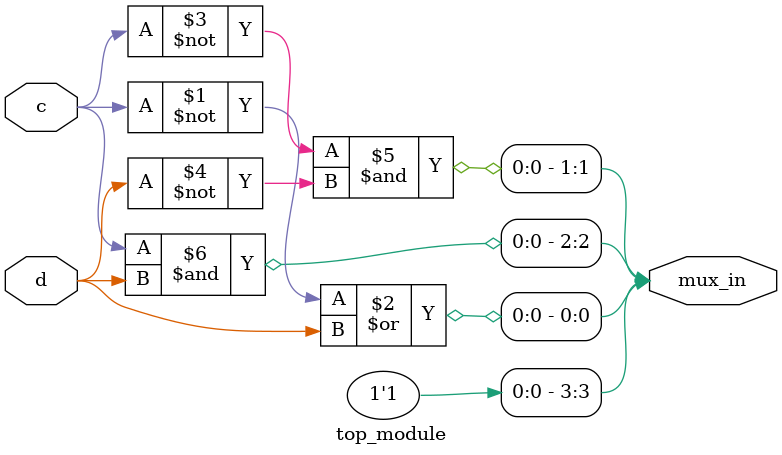
<source format=sv>
module top_module (
    input c,
    input d,
    output [3:0] mux_in
);

    assign mux_in[0] = ~c | d;  // 1 when (c,d) = (0,0), (0,1), (1,0)
    assign mux_in[1] = ~c & ~d; // 1 when (c,d) = (0,0)
    assign mux_in[2] = c & d;   // 1 when (c,d) = (1,1)
    assign mux_in[3] = 1'b1;    // always 1

endmodule

</source>
